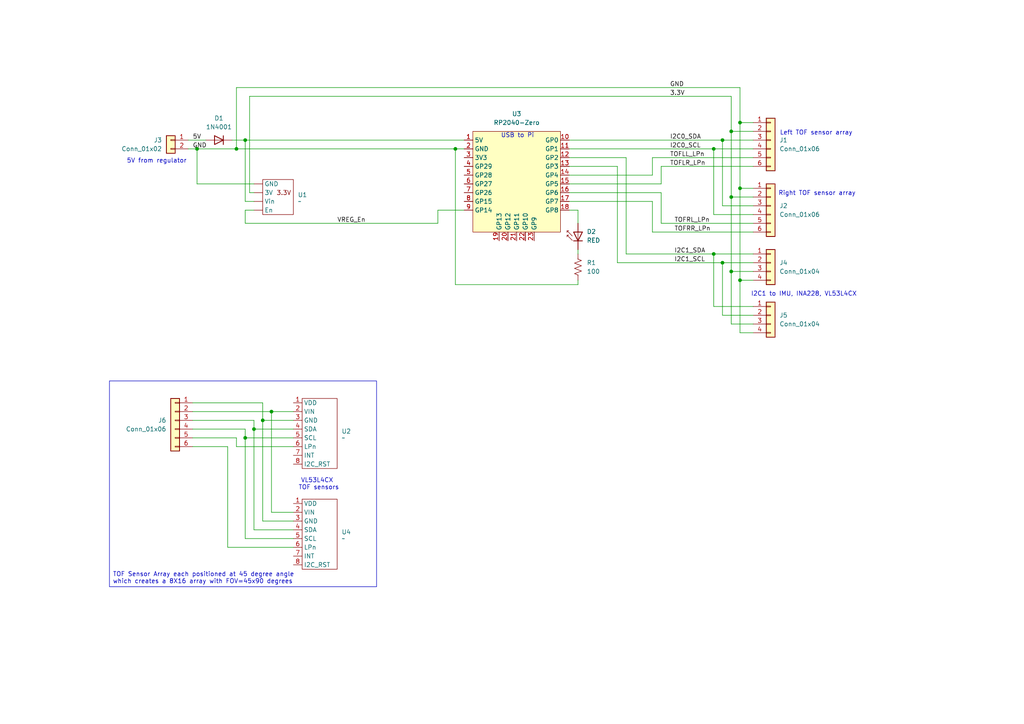
<source format=kicad_sch>
(kicad_sch (version 20250114) (generator "eeschema") (generator_version "9.0")
  (paper "A4")
  (title_block (title "RoboRama 2025 Front Sensor controller"))
  (lib_symbols
    (symbol "Connector_Generic:Conn_01x02" (pin_names (offset 1.016) (hide yes))
      (property "Reference" "J" (at 0 2.54 0))
      (property "Value" "Conn_01x02" (at 0 -5.08 0))
      (symbol "Conn_01x02_1_1"
        (rectangle (start -1.27 1.27) (end 1.27 -3.81) (stroke (width 0.254)) (fill (type background)))
        (rectangle (start -1.27 0.127) (end 0 -0.127) (stroke (width 0.1524)))
        (rectangle (start -1.27 -2.413) (end 0 -2.667) (stroke (width 0.1524)))
        (pin passive line (at -5.08 0 0) (length 3.81) (name "Pin_1") (number "1"))
        (pin passive line (at -5.08 -2.54 0) (length 3.81) (name "Pin_2") (number "2"))
      )
    )
    (symbol "Connector_Generic:Conn_01x04" (pin_names (offset 1.016) (hide yes))
      (property "Reference" "J" (at 0 5.08 0))
      (property "Value" "Conn_01x04" (at 0 -7.62 0))
      (symbol "Conn_01x04_1_1"
        (rectangle (start -1.27 3.81) (end 1.27 -6.35) (stroke (width 0.254)) (fill (type background)))
        (rectangle (start -1.27 2.667) (end 0 2.413) (stroke (width 0.1524)))
        (rectangle (start -1.27 0.127) (end 0 -0.127) (stroke (width 0.1524)))
        (rectangle (start -1.27 -2.413) (end 0 -2.667) (stroke (width 0.1524)))
        (rectangle (start -1.27 -4.953) (end 0 -5.207) (stroke (width 0.1524)))
        (pin passive line (at -5.08 2.54 0) (length 3.81) (name "Pin_1") (number "1"))
        (pin passive line (at -5.08 0 0) (length 3.81) (name "Pin_2") (number "2"))
        (pin passive line (at -5.08 -2.54 0) (length 3.81) (name "Pin_3") (number "3"))
        (pin passive line (at -5.08 -5.08 0) (length 3.81) (name "Pin_4") (number "4"))
      )
    )
    (symbol "Connector_Generic:Conn_01x06" (pin_names (offset 1.016) (hide yes))
      (property "Reference" "J" (at 0 7.62 0))
      (property "Value" "Conn_01x06" (at 0 -10.16 0))
      (symbol "Conn_01x06_1_1"
        (rectangle (start -1.27 6.35) (end 1.27 -8.89) (stroke (width 0.254)) (fill (type background)))
        (rectangle (start -1.27 5.207) (end 0 4.953) (stroke (width 0.1524)))
        (rectangle (start -1.27 2.667) (end 0 2.413) (stroke (width 0.1524)))
        (rectangle (start -1.27 0.127) (end 0 -0.127) (stroke (width 0.1524)))
        (rectangle (start -1.27 -2.413) (end 0 -2.667) (stroke (width 0.1524)))
        (rectangle (start -1.27 -4.953) (end 0 -5.207) (stroke (width 0.1524)))
        (rectangle (start -1.27 -7.493) (end 0 -7.747) (stroke (width 0.1524)))
        (pin passive line (at -5.08 5.08 0) (length 3.81) (name "Pin_1") (number "1"))
        (pin passive line (at -5.08 2.54 0) (length 3.81) (name "Pin_2") (number "2"))
        (pin passive line (at -5.08 0 0) (length 3.81) (name "Pin_3") (number "3"))
        (pin passive line (at -5.08 -2.54 0) (length 3.81) (name "Pin_4") (number "4"))
        (pin passive line (at -5.08 -5.08 0) (length 3.81) (name "Pin_5") (number "5"))
        (pin passive line (at -5.08 -7.62 0) (length 3.81) (name "Pin_6") (number "6"))
      )
    )
    (symbol "Device:R_US" (pin_numbers (hide yes)) (pin_names (offset 0))
      (property "Reference" "R" (at 2.54 0 90))
      (property "Value" "R_US" (at -2.54 0 90))
      (symbol "R_US_0_1"
        (polyline (pts (xy 0 2.286) (xy 0 2.54)))
        (polyline (pts (xy 0 2.286) (xy 1.016 1.905) (xy 0 1.524) (xy -1.016 1.143) (xy 0 0.762)))
        (polyline (pts (xy 0 0.762) (xy 1.016 0.381) (xy 0 0) (xy -1.016 -0.381) (xy 0 -0.762)))
        (polyline (pts (xy 0 -0.762) (xy 1.016 -1.143) (xy 0 -1.524) (xy -1.016 -1.905) (xy 0 -2.286)))
        (polyline (pts (xy 0 -2.286) (xy 0 -2.54)))
      )
      (symbol "R_US_1_1"
        (pin passive line (at 0 3.81 270) (length 1.27) (name "~") (number "1"))
        (pin passive line (at 0 -3.81 90) (length 1.27) (name "~") (number "2"))
      )
    )
    (symbol "Diode:1N4001" (pin_numbers (hide yes)) (pin_names (hide yes))
      (property "Reference" "D" (at 0 2.54 0))
      (property "Value" "1N4001" (at 0 -2.54 0))
      (symbol "1N4001_0_1"
        (polyline (pts (xy -1.27 1.27) (xy -1.27 -1.27)) (stroke (width 0.254)))
        (polyline (pts (xy 1.27 1.27) (xy 1.27 -1.27) (xy -1.27 0) (xy 1.27 1.27)) (stroke (width 0.254)))
        (polyline (pts (xy 1.27 0) (xy -1.27 0)))
      )
      (symbol "1N4001_1_1"
        (pin passive line (at -3.81 0 0) (length 2.54) (name "K") (number "1"))
        (pin passive line (at 3.81 0 180) (length 2.54) (name "A") (number "2"))
      )
    )
    (symbol "LED:LD271" (pin_numbers (hide yes)) (pin_names (offset 1.016) (hide yes))
      (property "Reference" "D" (at 0.508 1.778 0))
      (property "Value" "LD271" (at -1.016 -2.794 0))
      (symbol "LD271_0_1"
        (polyline (pts (xy -2.54 1.27) (xy -2.54 -1.27)) (stroke (width 0.254)))
        (polyline (pts (xy -2.413 1.651) (xy -0.889 3.175) (xy -0.889 2.667) (xy -0.889 3.175) (xy -1.397 3.175)))
        (polyline (pts (xy -1.143 1.651) (xy 0.381 3.175) (xy 0.381 2.667)))
        (polyline (pts (xy 0 0) (xy -2.54 0)))
        (polyline (pts (xy 0 -1.27) (xy -2.54 0) (xy 0 1.27) (xy 0 -1.27)) (stroke (width 0.254)))
        (polyline (pts (xy 0.381 3.175) (xy -0.127 3.175)))
      )
      (symbol "LD271_1_1"
        (pin passive line (at -5.08 0 0) (length 2.54) (name "K") (number "1"))
        (pin passive line (at 2.54 0 180) (length 2.54) (name "A") (number "2"))
      )
    )
    (symbol "MyRobot:LM3671_Adafruit"
      (property "Reference" "U" (at 0 0 0))
      (symbol "LM3671_Adafruit_0_1"
        (rectangle (start -1.27 -1.27) (end 7.62 -11.43))
      )
      (symbol "LM3671_Adafruit_1_1"
        (text "3.3V " (at 5.334 -5.08 0) (effects (font (size 1.27 1.27))))
        (pin power_in line (at -3.81 -2.54 0) (length 2.54) (name "GND") (number ""))
        (pin power_out line (at -3.81 -5.08 0) (length 2.54) (name "3V") (number ""))
        (pin power_in line (at -3.81 -7.62 0) (length 2.54) (name "Vin") (number ""))
        (pin input line (at -3.81 -10.16 0) (length 2.54) (name "En") (number ""))
      )
    )
    (symbol "MyRobot:RP2040-Zero"
      (property "Reference" "U" (at 0 0 0))
      (property "Value" "RP2040-Zero" (at 0 8.89 0))
      (symbol "RP2040-Zero_0_1"
        (rectangle (start -12.7 7.62) (end 12.7 -21.59) (fill (type background)))
      )
      (symbol "RP2040-Zero_1_1"
        (pin power_in line (at -15.24 5.08 0) (length 2.54) (name "5V") (number "1"))
        (pin power_in line (at -15.24 2.54 0) (length 2.54) (name "GND") (number "2"))
        (pin power_in line (at -15.24 0 0) (length 2.54) (name "3V3") (number "3"))
        (pin bidirectional line (at -15.24 -2.54 0) (length 2.54) (name "GP29") (number "4"))
        (pin bidirectional line (at -15.24 -5.08 0) (length 2.54) (name "GP28") (number "5"))
        (pin bidirectional line (at -15.24 -7.62 0) (length 2.54) (name "GP27") (number "6"))
        (pin bidirectional line (at -15.24 -10.16 0) (length 2.54) (name "GP26") (number "7"))
        (pin bidirectional line (at -15.24 -12.7 0) (length 2.54) (name "GP15") (number "8"))
        (pin bidirectional line (at -15.24 -15.24 0) (length 2.54) (name "GP14") (number "9"))
        (pin bidirectional line (at -5.08 -24.13 90) (length 2.54) (name "GP13") (number "19"))
        (pin bidirectional line (at -2.54 -24.13 90) (length 2.54) (name "GP12") (number "20"))
        (pin bidirectional line (at 0 -24.13 90) (length 2.54) (name "GP11") (number "21"))
        (pin bidirectional line (at 2.54 -24.13 90) (length 2.54) (name "GP10") (number "22"))
        (pin bidirectional line (at 5.08 -24.13 90) (length 2.54) (name "GP9") (number "23"))
        (pin bidirectional line (at 15.24 5.08 180) (length 2.54) (name "GP0") (number "10"))
        (pin bidirectional line (at 15.24 2.54 180) (length 2.54) (name "GP1") (number "11"))
        (pin bidirectional line (at 15.24 0 180) (length 2.54) (name "GP2") (number "12"))
        (pin bidirectional line (at 15.24 -2.54 180) (length 2.54) (name "GP3") (number "13"))
        (pin bidirectional line (at 15.24 -5.08 180) (length 2.54) (name "GP4") (number "14"))
        (pin bidirectional line (at 15.24 -7.62 180) (length 2.54) (name "GP5") (number "15"))
        (pin bidirectional line (at 15.24 -10.16 180) (length 2.54) (name "GP6") (number "16"))
        (pin bidirectional line (at 15.24 -12.7 180) (length 2.54) (name "GP7") (number "17"))
        (pin bidirectional line (at 15.24 -15.24 180) (length 2.54) (name "GP8") (number "18"))
      )
    )
    (symbol "MyRobot:VL53L5CX_Pololu"
      (property "Reference" "U" (at 0 0 0))
      (symbol "VL53L5CX_Pololu_0_1"
        (rectangle (start -3.81 -2.54) (end 6.35 -22.86))
      )
      (symbol "VL53L5CX_Pololu_1_1"
        (pin power_out line (at -6.35 -3.81 0) (length 2.54) (name "VDD") (number "1"))
        (pin power_in line (at -6.35 -6.35 0) (length 2.54) (name "VIN") (number "2"))
        (pin power_in line (at -6.35 -8.89 0) (length 2.54) (name "GND") (number "3"))
        (pin bidirectional line (at -6.35 -11.43 0) (length 2.54) (name "SDA") (number "4"))
        (pin bidirectional line (at -6.35 -13.97 0) (length 2.54) (name "SCL") (number "5"))
        (pin input line (at -6.35 -16.51 0) (length 2.54) (name "LPn") (number "6"))
        (pin output line (at -6.35 -19.05 0) (length 2.54) (name "INT") (number "7"))
        (pin input line (at -6.35 -21.59 0) (length 2.54) (name "I2C_RST") (number "8"))
      )
    )
  )
  (text "USB to Pi" (at 150.114 39.37 0) (effects (font (size 1.27 1.27))))
  (text "I2C1 to IMU, INA228, VL53L4CX" (at 233.172 85.344 0) (effects (font (size 1.27 1.27))))
  (text "Left TOF sensor array" (at 236.728 38.608 0) (effects (font (size 1.27 1.27))))
  (text "5V from regulator" (at 45.466 46.736 0) (effects (font (size 1.27 1.27))))
  (text "Right TOF sensor array" (at 236.982 56.134 0) (effects (font (size 1.27 1.27))))
  (text "VL53L4CX \nTOF sensors\n" (at 92.456 140.462 0) (effects (font (size 1.27 1.27))))
  (text_box "TOF Sensor Array each positioned at 45 degree angle \nwhich creates a 8X16 array with FOV=45x90 degrees" (at 31.75 110.49 0) (size 77.47 59.69) (margins 0.9525 0.9525 0.9525 0.9525) (effects (font (size 1.27 1.27)) (justify left bottom)))
  (junction (at 207.01 43.18))
  (junction (at 214.63 54.61))
  (junction (at 212.09 78.74))
  (junction (at 68.58 43.18))
  (junction (at 57.15 43.18))
  (junction (at 209.55 40.64))
  (junction (at 73.66 124.46))
  (junction (at 212.09 57.15))
  (junction (at 78.74 119.38))
  (junction (at 214.63 81.28))
  (junction (at 71.12 127))
  (junction (at 214.63 35.56))
  (junction (at 209.55 76.2))
  (junction (at 207.01 73.66))
  (junction (at 132.08 43.18))
  (junction (at 212.09 38.1))
  (junction (at 71.12 40.64))
  (junction (at 76.2 121.92))
  (wire (pts (xy 68.58 129.54) (xy 85.09 129.54)))
  (wire (pts (xy 212.09 27.94) (xy 212.09 38.1)))
  (wire (pts (xy 191.77 55.88) (xy 191.77 64.77)))
  (wire (pts (xy 71.12 64.77) (xy 127 64.77)))
  (wire (pts (xy 191.77 53.34) (xy 191.77 48.26)))
  (wire (pts (xy 73.66 53.34) (xy 57.15 53.34)))
  (wire (pts (xy 132.08 82.55) (xy 132.08 43.18)))
  (wire (pts (xy 214.63 25.4) (xy 214.63 35.56)))
  (wire (pts (xy 73.66 58.42) (xy 71.12 58.42)))
  (wire (pts (xy 212.09 57.15) (xy 212.09 78.74)))
  (wire (pts (xy 71.12 40.64) (xy 71.12 58.42)))
  (wire (pts (xy 167.64 60.96) (xy 165.1 60.96)))
  (wire (pts (xy 127 64.77) (xy 127 60.96)))
  (wire (pts (xy 165.1 48.26) (xy 179.07 48.26)))
  (wire (pts (xy 189.23 45.72) (xy 189.23 50.8)))
  (wire (pts (xy 72.39 55.88) (xy 72.39 27.94)))
  (wire (pts (xy 212.09 78.74) (xy 218.44 78.74)))
  (wire (pts (xy 132.08 82.55) (xy 167.64 82.55)))
  (wire (pts (xy 57.15 43.18) (xy 68.58 43.18)))
  (wire (pts (xy 179.07 76.2) (xy 209.55 76.2)))
  (wire (pts (xy 73.66 124.46) (xy 85.09 124.46)))
  (wire (pts (xy 73.66 60.96) (xy 71.12 60.96)))
  (wire (pts (xy 71.12 40.64) (xy 134.62 40.64)))
  (wire (pts (xy 167.64 73.66) (xy 167.64 72.39)))
  (wire (pts (xy 54.61 43.18) (xy 57.15 43.18)))
  (wire (pts (xy 165.1 53.34) (xy 191.77 53.34)))
  (wire (pts (xy 71.12 124.46) (xy 71.12 127)))
  (wire (pts (xy 68.58 127) (xy 68.58 129.54)))
  (wire (pts (xy 179.07 48.26) (xy 179.07 76.2)))
  (wire (pts (xy 165.1 40.64) (xy 209.55 40.64)))
  (wire (pts (xy 214.63 35.56) (xy 218.44 35.56)))
  (wire (pts (xy 165.1 50.8) (xy 189.23 50.8)))
  (wire (pts (xy 209.55 91.44) (xy 218.44 91.44)))
  (wire (pts (xy 191.77 64.77) (xy 218.44 64.77)))
  (wire (pts (xy 214.63 81.28) (xy 218.44 81.28)))
  (wire (pts (xy 207.01 43.18) (xy 218.44 43.18)))
  (wire (pts (xy 127 60.96) (xy 134.62 60.96)))
  (wire (pts (xy 189.23 67.31) (xy 218.44 67.31)))
  (wire (pts (xy 78.74 119.38) (xy 85.09 119.38)))
  (wire (pts (xy 165.1 43.18) (xy 207.01 43.18)))
  (wire (pts (xy 212.09 93.98) (xy 218.44 93.98)))
  (wire (pts (xy 55.88 127) (xy 68.58 127)))
  (wire (pts (xy 214.63 35.56) (xy 214.63 54.61)))
  (wire (pts (xy 209.55 59.69) (xy 218.44 59.69)))
  (wire (pts (xy 68.58 43.18) (xy 132.08 43.18)))
  (wire (pts (xy 68.58 25.4) (xy 68.58 43.18)))
  (wire (pts (xy 57.15 53.34) (xy 57.15 43.18)))
  (wire (pts (xy 132.08 43.18) (xy 134.62 43.18)))
  (wire (pts (xy 189.23 58.42) (xy 189.23 67.31)))
  (wire (pts (xy 54.61 40.64) (xy 59.69 40.64)))
  (wire (pts (xy 214.63 54.61) (xy 214.63 81.28)))
  (wire (pts (xy 78.74 148.59) (xy 85.09 148.59)))
  (wire (pts (xy 72.39 27.94) (xy 212.09 27.94)))
  (wire (pts (xy 209.55 76.2) (xy 209.55 91.44)))
  (wire (pts (xy 207.01 62.23) (xy 218.44 62.23)))
  (wire (pts (xy 181.61 45.72) (xy 181.61 73.66)))
  (wire (pts (xy 207.01 73.66) (xy 218.44 73.66)))
  (wire (pts (xy 181.61 73.66) (xy 207.01 73.66)))
  (wire (pts (xy 67.31 40.64) (xy 71.12 40.64)))
  (wire (pts (xy 76.2 121.92) (xy 76.2 116.84)))
  (wire (pts (xy 66.04 129.54) (xy 66.04 158.75)))
  (wire (pts (xy 165.1 55.88) (xy 191.77 55.88)))
  (wire (pts (xy 167.64 82.55) (xy 167.64 81.28)))
  (wire (pts (xy 71.12 127) (xy 71.12 156.21)))
  (wire (pts (xy 73.66 55.88) (xy 72.39 55.88)))
  (wire (pts (xy 212.09 38.1) (xy 212.09 57.15)))
  (wire (pts (xy 191.77 48.26) (xy 218.44 48.26)))
  (wire (pts (xy 73.66 121.92) (xy 73.66 124.46)))
  (wire (pts (xy 76.2 116.84) (xy 55.88 116.84)))
  (wire (pts (xy 214.63 96.52) (xy 218.44 96.52)))
  (wire (pts (xy 73.66 124.46) (xy 73.66 153.67)))
  (wire (pts (xy 167.64 64.77) (xy 167.64 60.96)))
  (wire (pts (xy 207.01 88.9) (xy 218.44 88.9)))
  (wire (pts (xy 55.88 119.38) (xy 78.74 119.38)))
  (wire (pts (xy 212.09 78.74) (xy 212.09 93.98)))
  (wire (pts (xy 165.1 45.72) (xy 181.61 45.72)))
  (wire (pts (xy 73.66 153.67) (xy 85.09 153.67)))
  (wire (pts (xy 76.2 151.13) (xy 85.09 151.13)))
  (wire (pts (xy 76.2 121.92) (xy 76.2 151.13)))
  (wire (pts (xy 207.01 43.18) (xy 207.01 62.23)))
  (wire (pts (xy 209.55 40.64) (xy 209.55 59.69)))
  (wire (pts (xy 71.12 127) (xy 85.09 127)))
  (wire (pts (xy 189.23 45.72) (xy 218.44 45.72)))
  (wire (pts (xy 85.09 121.92) (xy 76.2 121.92)))
  (wire (pts (xy 68.58 25.4) (xy 214.63 25.4)))
  (wire (pts (xy 71.12 60.96) (xy 71.12 64.77)))
  (wire (pts (xy 209.55 40.64) (xy 218.44 40.64)))
  (wire (pts (xy 214.63 81.28) (xy 214.63 96.52)))
  (wire (pts (xy 209.55 76.2) (xy 218.44 76.2)))
  (wire (pts (xy 207.01 73.66) (xy 207.01 88.9)))
  (wire (pts (xy 214.63 54.61) (xy 218.44 54.61)))
  (wire (pts (xy 165.1 58.42) (xy 189.23 58.42)))
  (wire (pts (xy 55.88 124.46) (xy 71.12 124.46)))
  (wire (pts (xy 212.09 57.15) (xy 218.44 57.15)))
  (wire (pts (xy 66.04 158.75) (xy 85.09 158.75)))
  (wire (pts (xy 78.74 119.38) (xy 78.74 148.59)))
  (wire (pts (xy 55.88 129.54) (xy 66.04 129.54)))
  (wire (pts (xy 71.12 156.21) (xy 85.09 156.21)))
  (wire (pts (xy 55.88 121.92) (xy 73.66 121.92)))
  (wire (pts (xy 212.09 38.1) (xy 218.44 38.1)))
  (label "GND" (at 194.31 25.4 0))
  (label "VREG_En" (at 97.79 64.77 0))
  (label "5V" (at 55.88 40.64 0))
  (label "TOFLR_LPn" (at 194.31 48.26 0))
  (label "3.3V" (at 194.31 27.94 0))
  (label "TOFRR_LPn" (at 195.58 67.31 0))
  (label "TOFLL_LPn" (at 194.31 45.72 0))
  (label "I2C0_SCL" (at 194.31 43.18 0))
  (label "I2C0_SDA" (at 194.31 40.64 0))
  (label "I2C1_SCL" (at 195.58 76.2 0))
  (label "I2C1_SDA" (at 195.58 73.66 0))
  (label "GND" (at 55.88 43.18 0))
  (label "TOFRL_LPn" (at 195.58 64.77 0))
  (symbol (lib_id "LED:LD271") (at 167.64 67.31 90) (unit 1)
    (property "Reference" "D2" (at 170.18 67.1829 90) (effects (justify right)))
    (property "Value" "RED" (at 170.18 69.7229 90) (effects (justify right)))
    (property "Footprint" "LED_THT:LED_D5.0mm_IRGrey" (effects (hide yes)))
    (property "Datasheet" "http://www.alliedelec.com/m/d/40788c34903a719969df15f1fbea1056.pdf" (effects (hide yes)))
    (property "Description" "940nm IR-LED, 5mm" (effects (hide yes)))
  )
  (symbol (lib_id "Connector_Generic:Conn_01x04") (at 223.52 76.2 0) (unit 1)
    (property "Reference" "J4" (at 226.06 76.1999 0) (effects (justify left)))
    (property "Value" "Conn_01x04" (at 226.06 78.7399 0) (effects (justify left)))
    (property "Description" "Generic connector, single row, 01x04, script generated (kicad-library-utils/schlib/autogen/connector/)" (effects (hide yes)))
  )
  (symbol (lib_id "Connector_Generic:Conn_01x06") (at 223.52 59.69 0) (unit 1)
    (property "Reference" "J2" (at 226.06 59.6899 0) (effects (justify left)))
    (property "Value" "Conn_01x06" (at 226.06 62.2299 0) (effects (justify left)))
    (property "Description" "Generic connector, single row, 01x06, script generated (kicad-library-utils/schlib/autogen/connector/)" (effects (hide yes)))
  )
  (symbol (lib_id "MyRobot:VL53L5CX_Pololu") (at 91.44 142.24 0) (unit 1)
    (property "Reference" "U4" (at 99.06 154.3049 0) (effects (justify left)))
    (property "Value" "~" (at 99.06 156.21 0) (effects (justify left)))
  )
  (symbol (lib_id "Connector_Generic:Conn_01x06") (at 223.52 40.64 0) (unit 1)
    (property "Reference" "J1" (at 226.06 40.6399 0) (effects (justify left)))
    (property "Value" "Conn_01x06" (at 226.06 43.1799 0) (effects (justify left)))
    (property "Description" "Generic connector, single row, 01x06, script generated (kicad-library-utils/schlib/autogen/connector/)" (effects (hide yes)))
  )
  (symbol (lib_id "Device:R_US") (at 167.64 77.47 0) (unit 1)
    (property "Reference" "R1" (at 170.18 76.1999 0) (effects (justify left)))
    (property "Value" "100" (at 170.18 78.7399 0) (effects (justify left)))
    (property "Description" "Resistor, US symbol" (effects (hide yes)))
  )
  (symbol (lib_id "Diode:1N4001") (at 63.5 40.64 0) (mirror y) (unit 1)
    (property "Reference" "D1" (at 63.5 34.29 0))
    (property "Value" "1N4001" (at 63.5 36.83 0))
    (property "Footprint" "Diode_THT:D_DO-41_SOD81_P10.16mm_Horizontal" (effects (hide yes)))
    (property "Datasheet" "http://www.vishay.com/docs/88503/1n4001.pdf" (effects (hide yes)))
    (property "Description" "50V 1A General Purpose Rectifier Diode, DO-41" (effects (hide yes)))
    (property "Sim.Device" "D" (effects (hide yes)))
    (property "Sim.Pins" "1=K 2=A" (effects (hide yes)))
  )
  (symbol (lib_id "Connector_Generic:Conn_01x02") (at 49.53 40.64 0) (mirror y) (unit 1)
    (property "Reference" "J3" (at 46.99 40.6399 0) (effects (justify left)))
    (property "Value" "Conn_01x02" (at 46.99 43.1799 0) (effects (justify left)))
    (property "Description" "Generic connector, single row, 01x02, script generated (kicad-library-utils/schlib/autogen/connector/)" (effects (hide yes)))
  )
  (symbol (lib_id "MyRobot:VL53L5CX_Pololu") (at 91.44 113.03 0) (unit 1)
    (property "Reference" "U2" (at 99.06 125.0949 0) (effects (justify left)))
    (property "Value" "~" (at 99.06 127 0) (effects (justify left)))
  )
  (symbol (lib_id "Connector_Generic:Conn_01x04") (at 223.52 91.44 0) (unit 1)
    (property "Reference" "J5" (at 226.06 91.4399 0) (effects (justify left)))
    (property "Value" "Conn_01x04" (at 226.06 93.9799 0) (effects (justify left)))
    (property "Description" "Generic connector, single row, 01x04, script generated (kicad-library-utils/schlib/autogen/connector/)" (effects (hide yes)))
  )
  (symbol (lib_id "MyRobot:RP2040-Zero") (at 149.86 45.72 0) (unit 1)
    (property "Reference" "U3" (at 149.86 33.02 0))
    (property "Value" "RP2040-Zero" (at 149.86 35.56 0))
  )
  (symbol (lib_id "MyRobot:LM3671_Adafruit") (at 77.47 50.8 0) (unit 1)
    (property "Reference" "U1" (at 86.36 56.5149 0) (effects (justify left)))
    (property "Value" "~" (at 86.36 58.42 0) (effects (justify left)))
  )
  (symbol (lib_id "Connector_Generic:Conn_01x06") (at 50.8 121.92 0) (mirror y) (unit 1)
    (property "Reference" "J6" (at 48.26 121.9199 0) (effects (justify left)))
    (property "Value" "Conn_01x06" (at 48.26 124.4599 0) (effects (justify left)))
    (property "Description" "Generic connector, single row, 01x06, script generated (kicad-library-utils/schlib/autogen/connector/)" (effects (hide yes)))
  )
)
</source>
